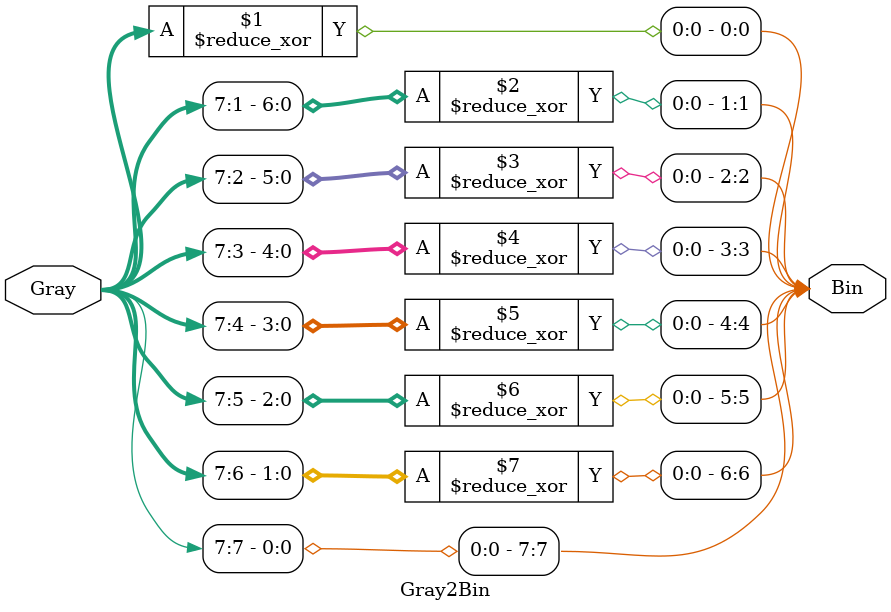
<source format=v>


//------------------------------------------------------------------------------
//	Module:		Gray2Bin
//	Desc:		This is a simple gray code to binary converter
//	Params:		Width:		The width of the binary/gray code
//	Author:		<a href="http://www.gdgib.com/">Greg Gibeling</a>
//	Version:	$Revision: 27051 $
//------------------------------------------------------------------------------
module	Gray2Bin(Gray, Bin);
	//--------------------------------------------------------------------------
	//	Parameters
	//--------------------------------------------------------------------------
	parameter				Width =					8;
	//--------------------------------------------------------------------------

	//--------------------------------------------------------------------------
	//	I/O
	//--------------------------------------------------------------------------
	input	[Width-1:0]		Gray;
	output	[Width-1:0]		Bin;
	//--------------------------------------------------------------------------

	//--------------------------------------------------------------------------
	//	Regs
	//--------------------------------------------------------------------------
	genvar					i;
	//--------------------------------------------------------------------------
  
	//--------------------------------------------------------------------------
	//	Converter
	//--------------------------------------------------------------------------
	generate for(i = 0; i < Width; i = i + 1) begin:G2B
		assign	Bin[i] =							^Gray[Width-1:i];
	end endgenerate
	//--------------------------------------------------------------------------
endmodule
//------------------------------------------------------------------------------

</source>
